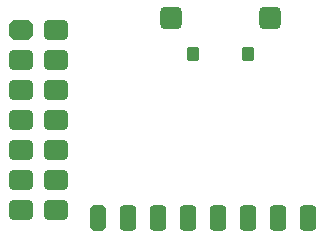
<source format=gbr>
%TF.GenerationSoftware,Altium Limited,Altium Designer,20.2.6 (244)*%
G04 Layer_Color=255*
%FSLAX45Y45*%
%MOMM*%
%TF.SameCoordinates,9E4D4D7D-1FFC-428C-BB03-7E89B6F1CBBC*%
%TF.FilePolarity,Positive*%
%TF.FileFunction,Pads,Bot*%
%TF.Part,Single*%
G01*
G75*
%TA.AperFunction,SMDPad,CuDef*%
G04:AMPARAMS|DCode=13|XSize=1.4mm|YSize=2.2mm|CornerRadius=0.35mm|HoleSize=0mm|Usage=FLASHONLY|Rotation=0.000|XOffset=0mm|YOffset=0mm|HoleType=Round|Shape=RoundedRectangle|*
%AMROUNDEDRECTD13*
21,1,1.40000,1.50000,0,0,0.0*
21,1,0.70000,2.20000,0,0,0.0*
1,1,0.70000,0.35000,-0.75000*
1,1,0.70000,-0.35000,-0.75000*
1,1,0.70000,-0.35000,0.75000*
1,1,0.70000,0.35000,0.75000*
%
%ADD13ROUNDEDRECTD13*%
%TA.AperFunction,ComponentPad*%
G04:AMPARAMS|DCode=25|XSize=1.7mm|YSize=2.1mm|CornerRadius=0.425mm|HoleSize=0mm|Usage=FLASHONLY|Rotation=270.000|XOffset=0mm|YOffset=0mm|HoleType=Round|Shape=RoundedRectangle|*
%AMROUNDEDRECTD25*
21,1,1.70000,1.25001,0,0,270.0*
21,1,0.85000,2.10000,0,0,270.0*
1,1,0.85000,-0.62500,-0.42500*
1,1,0.85000,-0.62500,0.42500*
1,1,0.85000,0.62500,0.42500*
1,1,0.85000,0.62500,-0.42500*
%
%ADD25ROUNDEDRECTD25*%
G04:AMPARAMS|DCode=26|XSize=1.7mm|YSize=2.1mm|CornerRadius=0mm|HoleSize=0mm|Usage=FLASHONLY|Rotation=270.000|XOffset=0mm|YOffset=0mm|HoleType=Round|Shape=Octagon|*
%AMOCTAGOND26*
4,1,8,1.05000,0.42500,1.05000,-0.42500,0.62500,-0.85000,-0.62500,-0.85000,-1.05000,-0.42500,-1.05000,0.42500,-0.62500,0.85000,0.62500,0.85000,1.05000,0.42500,0.0*
%
%ADD26OCTAGOND26*%

G04:AMPARAMS|DCode=27|XSize=1.1mm|YSize=1.2mm|CornerRadius=0.275mm|HoleSize=0mm|Usage=FLASHONLY|Rotation=180.000|XOffset=0mm|YOffset=0mm|HoleType=Round|Shape=RoundedRectangle|*
%AMROUNDEDRECTD27*
21,1,1.10000,0.65000,0,0,180.0*
21,1,0.55000,1.20000,0,0,180.0*
1,1,0.55000,-0.27500,0.32500*
1,1,0.55000,0.27500,0.32500*
1,1,0.55000,0.27500,-0.32500*
1,1,0.55000,-0.27500,-0.32500*
%
%ADD27ROUNDEDRECTD27*%
G04:AMPARAMS|DCode=28|XSize=1.9mm|YSize=1.9mm|CornerRadius=0.475mm|HoleSize=0mm|Usage=FLASHONLY|Rotation=180.000|XOffset=0mm|YOffset=0mm|HoleType=Round|Shape=RoundedRectangle|*
%AMROUNDEDRECTD28*
21,1,1.90000,0.95000,0,0,180.0*
21,1,0.95000,1.90000,0,0,180.0*
1,1,0.95000,-0.47500,0.47500*
1,1,0.95000,0.47500,0.47500*
1,1,0.95000,0.47500,-0.47500*
1,1,0.95000,-0.47500,-0.47500*
%
%ADD28ROUNDEDRECTD28*%
%TA.AperFunction,SMDPad,CuDef*%
G04:AMPARAMS|DCode=31|XSize=1.4mm|YSize=2.2mm|CornerRadius=0mm|HoleSize=0mm|Usage=FLASHONLY|Rotation=0.000|XOffset=0mm|YOffset=0mm|HoleType=Round|Shape=Octagon|*
%AMOCTAGOND31*
4,1,8,-0.35000,1.10000,0.35000,1.10000,0.70000,0.75000,0.70000,-0.75000,0.35000,-1.10000,-0.35000,-1.10000,-0.70000,-0.75000,-0.70000,0.75000,-0.35000,1.10000,0.0*
%
%ADD31OCTAGOND31*%

D13*
X1334000Y170000D02*
D03*
X2350000D02*
D03*
X1080000D02*
D03*
X2096000D02*
D03*
X1842000D02*
D03*
X2604000D02*
D03*
X1588000D02*
D03*
D25*
X474000Y236000D02*
D03*
Y490000D02*
D03*
Y744000D02*
D03*
Y998000D02*
D03*
Y1252000D02*
D03*
Y1506000D02*
D03*
Y1760000D02*
D03*
X180000Y236000D02*
D03*
Y490000D02*
D03*
Y744000D02*
D03*
Y998000D02*
D03*
Y1252000D02*
D03*
Y1506000D02*
D03*
D26*
Y1760000D02*
D03*
D27*
X1637500Y1560000D02*
D03*
X2097500D02*
D03*
D28*
X1450000Y1860000D02*
D03*
X2285000D02*
D03*
D31*
X826000Y170000D02*
D03*
%TF.MD5,3f156b8db1aae2d50b09c29fa506a405*%
M02*

</source>
